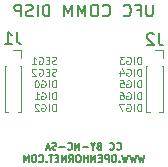
<source format=gbr>
G04 #@! TF.GenerationSoftware,KiCad,Pcbnew,(5.1.4)-1*
G04 #@! TF.CreationDate,2020-11-25T12:16:11-08:00*
G04 #@! TF.ProjectId,ufc_v4_comm,7566635f-7634-45f6-936f-6d6d2e6b6963,rev?*
G04 #@! TF.SameCoordinates,Original*
G04 #@! TF.FileFunction,Legend,Bot*
G04 #@! TF.FilePolarity,Positive*
%FSLAX46Y46*%
G04 Gerber Fmt 4.6, Leading zero omitted, Abs format (unit mm)*
G04 Created by KiCad (PCBNEW (5.1.4)-1) date 2020-11-25 12:16:11*
%MOMM*%
%LPD*%
G04 APERTURE LIST*
%ADD10C,0.150000*%
%ADD11C,0.200000*%
%ADD12C,0.120000*%
G04 APERTURE END LIST*
D10*
X161745000Y-64879285D02*
X161773571Y-64907857D01*
X161859285Y-64936428D01*
X161916428Y-64936428D01*
X162002142Y-64907857D01*
X162059285Y-64850714D01*
X162087857Y-64793571D01*
X162116428Y-64679285D01*
X162116428Y-64593571D01*
X162087857Y-64479285D01*
X162059285Y-64422142D01*
X162002142Y-64365000D01*
X161916428Y-64336428D01*
X161859285Y-64336428D01*
X161773571Y-64365000D01*
X161745000Y-64393571D01*
X161145000Y-64879285D02*
X161173571Y-64907857D01*
X161259285Y-64936428D01*
X161316428Y-64936428D01*
X161402142Y-64907857D01*
X161459285Y-64850714D01*
X161487857Y-64793571D01*
X161516428Y-64679285D01*
X161516428Y-64593571D01*
X161487857Y-64479285D01*
X161459285Y-64422142D01*
X161402142Y-64365000D01*
X161316428Y-64336428D01*
X161259285Y-64336428D01*
X161173571Y-64365000D01*
X161145000Y-64393571D01*
X160230714Y-64622142D02*
X160145000Y-64650714D01*
X160116428Y-64679285D01*
X160087857Y-64736428D01*
X160087857Y-64822142D01*
X160116428Y-64879285D01*
X160145000Y-64907857D01*
X160202142Y-64936428D01*
X160430714Y-64936428D01*
X160430714Y-64336428D01*
X160230714Y-64336428D01*
X160173571Y-64365000D01*
X160145000Y-64393571D01*
X160116428Y-64450714D01*
X160116428Y-64507857D01*
X160145000Y-64565000D01*
X160173571Y-64593571D01*
X160230714Y-64622142D01*
X160430714Y-64622142D01*
X159716428Y-64650714D02*
X159716428Y-64936428D01*
X159916428Y-64336428D02*
X159716428Y-64650714D01*
X159516428Y-64336428D01*
X159316428Y-64707857D02*
X158859285Y-64707857D01*
X158573571Y-64936428D02*
X158573571Y-64336428D01*
X158230714Y-64936428D01*
X158230714Y-64336428D01*
X157602142Y-64879285D02*
X157630714Y-64907857D01*
X157716428Y-64936428D01*
X157773571Y-64936428D01*
X157859285Y-64907857D01*
X157916428Y-64850714D01*
X157945000Y-64793571D01*
X157973571Y-64679285D01*
X157973571Y-64593571D01*
X157945000Y-64479285D01*
X157916428Y-64422142D01*
X157859285Y-64365000D01*
X157773571Y-64336428D01*
X157716428Y-64336428D01*
X157630714Y-64365000D01*
X157602142Y-64393571D01*
X157345000Y-64707857D02*
X156887857Y-64707857D01*
X156630714Y-64907857D02*
X156545000Y-64936428D01*
X156402142Y-64936428D01*
X156345000Y-64907857D01*
X156316428Y-64879285D01*
X156287857Y-64822142D01*
X156287857Y-64765000D01*
X156316428Y-64707857D01*
X156345000Y-64679285D01*
X156402142Y-64650714D01*
X156516428Y-64622142D01*
X156573571Y-64593571D01*
X156602142Y-64565000D01*
X156630714Y-64507857D01*
X156630714Y-64450714D01*
X156602142Y-64393571D01*
X156573571Y-64365000D01*
X156516428Y-64336428D01*
X156373571Y-64336428D01*
X156287857Y-64365000D01*
X156059285Y-64765000D02*
X155773571Y-64765000D01*
X156116428Y-64936428D02*
X155916428Y-64336428D01*
X155716428Y-64936428D01*
X164073571Y-65386428D02*
X163930714Y-65986428D01*
X163816428Y-65557857D01*
X163702142Y-65986428D01*
X163559285Y-65386428D01*
X163387857Y-65386428D02*
X163245000Y-65986428D01*
X163130714Y-65557857D01*
X163016428Y-65986428D01*
X162873571Y-65386428D01*
X162702142Y-65386428D02*
X162559285Y-65986428D01*
X162445000Y-65557857D01*
X162330714Y-65986428D01*
X162187857Y-65386428D01*
X161959285Y-65929285D02*
X161930714Y-65957857D01*
X161959285Y-65986428D01*
X161987857Y-65957857D01*
X161959285Y-65929285D01*
X161959285Y-65986428D01*
X161559285Y-65386428D02*
X161445000Y-65386428D01*
X161387857Y-65415000D01*
X161330714Y-65472142D01*
X161302142Y-65586428D01*
X161302142Y-65786428D01*
X161330714Y-65900714D01*
X161387857Y-65957857D01*
X161445000Y-65986428D01*
X161559285Y-65986428D01*
X161616428Y-65957857D01*
X161673571Y-65900714D01*
X161702142Y-65786428D01*
X161702142Y-65586428D01*
X161673571Y-65472142D01*
X161616428Y-65415000D01*
X161559285Y-65386428D01*
X161045000Y-65986428D02*
X161045000Y-65386428D01*
X160816428Y-65386428D01*
X160759285Y-65415000D01*
X160730714Y-65443571D01*
X160702142Y-65500714D01*
X160702142Y-65586428D01*
X160730714Y-65643571D01*
X160759285Y-65672142D01*
X160816428Y-65700714D01*
X161045000Y-65700714D01*
X160445000Y-65672142D02*
X160245000Y-65672142D01*
X160159285Y-65986428D02*
X160445000Y-65986428D01*
X160445000Y-65386428D01*
X160159285Y-65386428D01*
X159902142Y-65986428D02*
X159902142Y-65386428D01*
X159559285Y-65986428D01*
X159559285Y-65386428D01*
X159273571Y-65986428D02*
X159273571Y-65386428D01*
X159273571Y-65672142D02*
X158930714Y-65672142D01*
X158930714Y-65986428D02*
X158930714Y-65386428D01*
X158530714Y-65386428D02*
X158416428Y-65386428D01*
X158359285Y-65415000D01*
X158302142Y-65472142D01*
X158273571Y-65586428D01*
X158273571Y-65786428D01*
X158302142Y-65900714D01*
X158359285Y-65957857D01*
X158416428Y-65986428D01*
X158530714Y-65986428D01*
X158587857Y-65957857D01*
X158645000Y-65900714D01*
X158673571Y-65786428D01*
X158673571Y-65586428D01*
X158645000Y-65472142D01*
X158587857Y-65415000D01*
X158530714Y-65386428D01*
X157673571Y-65986428D02*
X157873571Y-65700714D01*
X158016428Y-65986428D02*
X158016428Y-65386428D01*
X157787857Y-65386428D01*
X157730714Y-65415000D01*
X157702142Y-65443571D01*
X157673571Y-65500714D01*
X157673571Y-65586428D01*
X157702142Y-65643571D01*
X157730714Y-65672142D01*
X157787857Y-65700714D01*
X158016428Y-65700714D01*
X157416428Y-65986428D02*
X157416428Y-65386428D01*
X157073571Y-65986428D01*
X157073571Y-65386428D01*
X156787857Y-65672142D02*
X156587857Y-65672142D01*
X156502142Y-65986428D02*
X156787857Y-65986428D01*
X156787857Y-65386428D01*
X156502142Y-65386428D01*
X156330714Y-65386428D02*
X155987857Y-65386428D01*
X156159285Y-65986428D02*
X156159285Y-65386428D01*
X155787857Y-65929285D02*
X155759285Y-65957857D01*
X155787857Y-65986428D01*
X155816428Y-65957857D01*
X155787857Y-65929285D01*
X155787857Y-65986428D01*
X155159285Y-65929285D02*
X155187857Y-65957857D01*
X155273571Y-65986428D01*
X155330714Y-65986428D01*
X155416428Y-65957857D01*
X155473571Y-65900714D01*
X155502142Y-65843571D01*
X155530714Y-65729285D01*
X155530714Y-65643571D01*
X155502142Y-65529285D01*
X155473571Y-65472142D01*
X155416428Y-65415000D01*
X155330714Y-65386428D01*
X155273571Y-65386428D01*
X155187857Y-65415000D01*
X155159285Y-65443571D01*
X154787857Y-65386428D02*
X154673571Y-65386428D01*
X154616428Y-65415000D01*
X154559285Y-65472142D01*
X154530714Y-65586428D01*
X154530714Y-65786428D01*
X154559285Y-65900714D01*
X154616428Y-65957857D01*
X154673571Y-65986428D01*
X154787857Y-65986428D01*
X154845000Y-65957857D01*
X154902142Y-65900714D01*
X154930714Y-65786428D01*
X154930714Y-65586428D01*
X154902142Y-65472142D01*
X154845000Y-65415000D01*
X154787857Y-65386428D01*
X154273571Y-65986428D02*
X154273571Y-65386428D01*
X154073571Y-65815000D01*
X153873571Y-65386428D01*
X153873571Y-65986428D01*
D11*
X164802142Y-52642380D02*
X164802142Y-53451904D01*
X164754523Y-53547142D01*
X164706904Y-53594761D01*
X164611666Y-53642380D01*
X164421190Y-53642380D01*
X164325952Y-53594761D01*
X164278333Y-53547142D01*
X164230714Y-53451904D01*
X164230714Y-52642380D01*
X163421190Y-53118571D02*
X163754523Y-53118571D01*
X163754523Y-53642380D02*
X163754523Y-52642380D01*
X163278333Y-52642380D01*
X162325952Y-53547142D02*
X162373571Y-53594761D01*
X162516428Y-53642380D01*
X162611666Y-53642380D01*
X162754523Y-53594761D01*
X162849761Y-53499523D01*
X162897380Y-53404285D01*
X162945000Y-53213809D01*
X162945000Y-53070952D01*
X162897380Y-52880476D01*
X162849761Y-52785238D01*
X162754523Y-52690000D01*
X162611666Y-52642380D01*
X162516428Y-52642380D01*
X162373571Y-52690000D01*
X162325952Y-52737619D01*
X160564047Y-53547142D02*
X160611666Y-53594761D01*
X160754523Y-53642380D01*
X160849761Y-53642380D01*
X160992619Y-53594761D01*
X161087857Y-53499523D01*
X161135476Y-53404285D01*
X161183095Y-53213809D01*
X161183095Y-53070952D01*
X161135476Y-52880476D01*
X161087857Y-52785238D01*
X160992619Y-52690000D01*
X160849761Y-52642380D01*
X160754523Y-52642380D01*
X160611666Y-52690000D01*
X160564047Y-52737619D01*
X159945000Y-52642380D02*
X159754523Y-52642380D01*
X159659285Y-52690000D01*
X159564047Y-52785238D01*
X159516428Y-52975714D01*
X159516428Y-53309047D01*
X159564047Y-53499523D01*
X159659285Y-53594761D01*
X159754523Y-53642380D01*
X159945000Y-53642380D01*
X160040238Y-53594761D01*
X160135476Y-53499523D01*
X160183095Y-53309047D01*
X160183095Y-52975714D01*
X160135476Y-52785238D01*
X160040238Y-52690000D01*
X159945000Y-52642380D01*
X159087857Y-53642380D02*
X159087857Y-52642380D01*
X158754523Y-53356666D01*
X158421190Y-52642380D01*
X158421190Y-53642380D01*
X157945000Y-53642380D02*
X157945000Y-52642380D01*
X157611666Y-53356666D01*
X157278333Y-52642380D01*
X157278333Y-53642380D01*
X156040238Y-53642380D02*
X156040238Y-52642380D01*
X155802142Y-52642380D01*
X155659285Y-52690000D01*
X155564047Y-52785238D01*
X155516428Y-52880476D01*
X155468809Y-53070952D01*
X155468809Y-53213809D01*
X155516428Y-53404285D01*
X155564047Y-53499523D01*
X155659285Y-53594761D01*
X155802142Y-53642380D01*
X156040238Y-53642380D01*
X155040238Y-53642380D02*
X155040238Y-52642380D01*
X154611666Y-53594761D02*
X154468809Y-53642380D01*
X154230714Y-53642380D01*
X154135476Y-53594761D01*
X154087857Y-53547142D01*
X154040238Y-53451904D01*
X154040238Y-53356666D01*
X154087857Y-53261428D01*
X154135476Y-53213809D01*
X154230714Y-53166190D01*
X154421190Y-53118571D01*
X154516428Y-53070952D01*
X154564047Y-53023333D01*
X154611666Y-52928095D01*
X154611666Y-52832857D01*
X154564047Y-52737619D01*
X154516428Y-52690000D01*
X154421190Y-52642380D01*
X154183095Y-52642380D01*
X154040238Y-52690000D01*
X153611666Y-53642380D02*
X153611666Y-52642380D01*
X153230714Y-52642380D01*
X153135476Y-52690000D01*
X153087857Y-52737619D01*
X153040238Y-52832857D01*
X153040238Y-52975714D01*
X153087857Y-53070952D01*
X153135476Y-53118571D01*
X153230714Y-53166190D01*
X153611666Y-53166190D01*
D12*
X163789285Y-57668928D02*
X163789285Y-57068928D01*
X163646428Y-57068928D01*
X163560714Y-57097500D01*
X163503571Y-57154642D01*
X163475000Y-57211785D01*
X163446428Y-57326071D01*
X163446428Y-57411785D01*
X163475000Y-57526071D01*
X163503571Y-57583214D01*
X163560714Y-57640357D01*
X163646428Y-57668928D01*
X163789285Y-57668928D01*
X163189285Y-57668928D02*
X163189285Y-57068928D01*
X162589285Y-57097500D02*
X162646428Y-57068928D01*
X162732142Y-57068928D01*
X162817857Y-57097500D01*
X162875000Y-57154642D01*
X162903571Y-57211785D01*
X162932142Y-57326071D01*
X162932142Y-57411785D01*
X162903571Y-57526071D01*
X162875000Y-57583214D01*
X162817857Y-57640357D01*
X162732142Y-57668928D01*
X162675000Y-57668928D01*
X162589285Y-57640357D01*
X162560714Y-57611785D01*
X162560714Y-57411785D01*
X162675000Y-57411785D01*
X162360714Y-57068928D02*
X161989285Y-57068928D01*
X162189285Y-57297500D01*
X162103571Y-57297500D01*
X162046428Y-57326071D01*
X162017857Y-57354642D01*
X161989285Y-57411785D01*
X161989285Y-57554642D01*
X162017857Y-57611785D01*
X162046428Y-57640357D01*
X162103571Y-57668928D01*
X162275000Y-57668928D01*
X162332142Y-57640357D01*
X162360714Y-57611785D01*
X163789285Y-58668928D02*
X163789285Y-58068928D01*
X163646428Y-58068928D01*
X163560714Y-58097500D01*
X163503571Y-58154642D01*
X163475000Y-58211785D01*
X163446428Y-58326071D01*
X163446428Y-58411785D01*
X163475000Y-58526071D01*
X163503571Y-58583214D01*
X163560714Y-58640357D01*
X163646428Y-58668928D01*
X163789285Y-58668928D01*
X163189285Y-58668928D02*
X163189285Y-58068928D01*
X162589285Y-58097500D02*
X162646428Y-58068928D01*
X162732142Y-58068928D01*
X162817857Y-58097500D01*
X162875000Y-58154642D01*
X162903571Y-58211785D01*
X162932142Y-58326071D01*
X162932142Y-58411785D01*
X162903571Y-58526071D01*
X162875000Y-58583214D01*
X162817857Y-58640357D01*
X162732142Y-58668928D01*
X162675000Y-58668928D01*
X162589285Y-58640357D01*
X162560714Y-58611785D01*
X162560714Y-58411785D01*
X162675000Y-58411785D01*
X162046428Y-58268928D02*
X162046428Y-58668928D01*
X162189285Y-58040357D02*
X162332142Y-58468928D01*
X161960714Y-58468928D01*
X163789285Y-59668928D02*
X163789285Y-59068928D01*
X163646428Y-59068928D01*
X163560714Y-59097500D01*
X163503571Y-59154642D01*
X163475000Y-59211785D01*
X163446428Y-59326071D01*
X163446428Y-59411785D01*
X163475000Y-59526071D01*
X163503571Y-59583214D01*
X163560714Y-59640357D01*
X163646428Y-59668928D01*
X163789285Y-59668928D01*
X163189285Y-59668928D02*
X163189285Y-59068928D01*
X162589285Y-59097500D02*
X162646428Y-59068928D01*
X162732142Y-59068928D01*
X162817857Y-59097500D01*
X162875000Y-59154642D01*
X162903571Y-59211785D01*
X162932142Y-59326071D01*
X162932142Y-59411785D01*
X162903571Y-59526071D01*
X162875000Y-59583214D01*
X162817857Y-59640357D01*
X162732142Y-59668928D01*
X162675000Y-59668928D01*
X162589285Y-59640357D01*
X162560714Y-59611785D01*
X162560714Y-59411785D01*
X162675000Y-59411785D01*
X162017857Y-59068928D02*
X162303571Y-59068928D01*
X162332142Y-59354642D01*
X162303571Y-59326071D01*
X162246428Y-59297500D01*
X162103571Y-59297500D01*
X162046428Y-59326071D01*
X162017857Y-59354642D01*
X161989285Y-59411785D01*
X161989285Y-59554642D01*
X162017857Y-59611785D01*
X162046428Y-59640357D01*
X162103571Y-59668928D01*
X162246428Y-59668928D01*
X162303571Y-59640357D01*
X162332142Y-59611785D01*
X163789285Y-60668928D02*
X163789285Y-60068928D01*
X163646428Y-60068928D01*
X163560714Y-60097500D01*
X163503571Y-60154642D01*
X163475000Y-60211785D01*
X163446428Y-60326071D01*
X163446428Y-60411785D01*
X163475000Y-60526071D01*
X163503571Y-60583214D01*
X163560714Y-60640357D01*
X163646428Y-60668928D01*
X163789285Y-60668928D01*
X163189285Y-60668928D02*
X163189285Y-60068928D01*
X162589285Y-60097500D02*
X162646428Y-60068928D01*
X162732142Y-60068928D01*
X162817857Y-60097500D01*
X162875000Y-60154642D01*
X162903571Y-60211785D01*
X162932142Y-60326071D01*
X162932142Y-60411785D01*
X162903571Y-60526071D01*
X162875000Y-60583214D01*
X162817857Y-60640357D01*
X162732142Y-60668928D01*
X162675000Y-60668928D01*
X162589285Y-60640357D01*
X162560714Y-60611785D01*
X162560714Y-60411785D01*
X162675000Y-60411785D01*
X162046428Y-60068928D02*
X162160714Y-60068928D01*
X162217857Y-60097500D01*
X162246428Y-60126071D01*
X162303571Y-60211785D01*
X162332142Y-60326071D01*
X162332142Y-60554642D01*
X162303571Y-60611785D01*
X162275000Y-60640357D01*
X162217857Y-60668928D01*
X162103571Y-60668928D01*
X162046428Y-60640357D01*
X162017857Y-60611785D01*
X161989285Y-60554642D01*
X161989285Y-60411785D01*
X162017857Y-60354642D01*
X162046428Y-60326071D01*
X162103571Y-60297500D01*
X162217857Y-60297500D01*
X162275000Y-60326071D01*
X162303571Y-60354642D01*
X162332142Y-60411785D01*
X163789285Y-61668928D02*
X163789285Y-61068928D01*
X163646428Y-61068928D01*
X163560714Y-61097500D01*
X163503571Y-61154642D01*
X163475000Y-61211785D01*
X163446428Y-61326071D01*
X163446428Y-61411785D01*
X163475000Y-61526071D01*
X163503571Y-61583214D01*
X163560714Y-61640357D01*
X163646428Y-61668928D01*
X163789285Y-61668928D01*
X163189285Y-61668928D02*
X163189285Y-61068928D01*
X162589285Y-61097500D02*
X162646428Y-61068928D01*
X162732142Y-61068928D01*
X162817857Y-61097500D01*
X162875000Y-61154642D01*
X162903571Y-61211785D01*
X162932142Y-61326071D01*
X162932142Y-61411785D01*
X162903571Y-61526071D01*
X162875000Y-61583214D01*
X162817857Y-61640357D01*
X162732142Y-61668928D01*
X162675000Y-61668928D01*
X162589285Y-61640357D01*
X162560714Y-61611785D01*
X162560714Y-61411785D01*
X162675000Y-61411785D01*
X162360714Y-61068928D02*
X161960714Y-61068928D01*
X162217857Y-61668928D01*
X156604714Y-57640358D02*
X156519000Y-57668929D01*
X156376142Y-57668929D01*
X156319000Y-57640358D01*
X156290428Y-57611786D01*
X156261857Y-57554643D01*
X156261857Y-57497501D01*
X156290428Y-57440358D01*
X156319000Y-57411786D01*
X156376142Y-57383215D01*
X156490428Y-57354643D01*
X156547571Y-57326072D01*
X156576142Y-57297501D01*
X156604714Y-57240358D01*
X156604714Y-57183215D01*
X156576142Y-57126072D01*
X156547571Y-57097501D01*
X156490428Y-57068929D01*
X156347571Y-57068929D01*
X156261857Y-57097501D01*
X156004714Y-57354643D02*
X155804714Y-57354643D01*
X155719000Y-57668929D02*
X156004714Y-57668929D01*
X156004714Y-57068929D01*
X155719000Y-57068929D01*
X155147571Y-57097501D02*
X155204714Y-57068929D01*
X155290428Y-57068929D01*
X155376142Y-57097501D01*
X155433285Y-57154643D01*
X155461857Y-57211786D01*
X155490428Y-57326072D01*
X155490428Y-57411786D01*
X155461857Y-57526072D01*
X155433285Y-57583215D01*
X155376142Y-57640358D01*
X155290428Y-57668929D01*
X155233285Y-57668929D01*
X155147571Y-57640358D01*
X155119000Y-57611786D01*
X155119000Y-57411786D01*
X155233285Y-57411786D01*
X154547571Y-57668929D02*
X154890428Y-57668929D01*
X154719000Y-57668929D02*
X154719000Y-57068929D01*
X154776142Y-57154643D01*
X154833285Y-57211786D01*
X154890428Y-57240358D01*
X156604714Y-58640357D02*
X156519000Y-58668928D01*
X156376142Y-58668928D01*
X156319000Y-58640357D01*
X156290428Y-58611785D01*
X156261857Y-58554642D01*
X156261857Y-58497500D01*
X156290428Y-58440357D01*
X156319000Y-58411785D01*
X156376142Y-58383214D01*
X156490428Y-58354642D01*
X156547571Y-58326071D01*
X156576142Y-58297500D01*
X156604714Y-58240357D01*
X156604714Y-58183214D01*
X156576142Y-58126071D01*
X156547571Y-58097500D01*
X156490428Y-58068928D01*
X156347571Y-58068928D01*
X156261857Y-58097500D01*
X156004714Y-58354642D02*
X155804714Y-58354642D01*
X155719000Y-58668928D02*
X156004714Y-58668928D01*
X156004714Y-58068928D01*
X155719000Y-58068928D01*
X155147571Y-58097500D02*
X155204714Y-58068928D01*
X155290428Y-58068928D01*
X155376142Y-58097500D01*
X155433285Y-58154642D01*
X155461857Y-58211785D01*
X155490428Y-58326071D01*
X155490428Y-58411785D01*
X155461857Y-58526071D01*
X155433285Y-58583214D01*
X155376142Y-58640357D01*
X155290428Y-58668928D01*
X155233285Y-58668928D01*
X155147571Y-58640357D01*
X155119000Y-58611785D01*
X155119000Y-58411785D01*
X155233285Y-58411785D01*
X154890428Y-58126071D02*
X154861857Y-58097500D01*
X154804714Y-58068928D01*
X154661857Y-58068928D01*
X154604714Y-58097500D01*
X154576142Y-58126071D01*
X154547571Y-58183214D01*
X154547571Y-58240357D01*
X154576142Y-58326071D01*
X154919000Y-58668928D01*
X154547571Y-58668928D01*
X156576142Y-59668929D02*
X156576142Y-59068929D01*
X156433285Y-59068929D01*
X156347571Y-59097501D01*
X156290428Y-59154643D01*
X156261857Y-59211786D01*
X156233285Y-59326072D01*
X156233285Y-59411786D01*
X156261857Y-59526072D01*
X156290428Y-59583215D01*
X156347571Y-59640358D01*
X156433285Y-59668929D01*
X156576142Y-59668929D01*
X155976142Y-59668929D02*
X155976142Y-59068929D01*
X155376142Y-59097501D02*
X155433285Y-59068929D01*
X155519000Y-59068929D01*
X155604714Y-59097501D01*
X155661857Y-59154643D01*
X155690428Y-59211786D01*
X155719000Y-59326072D01*
X155719000Y-59411786D01*
X155690428Y-59526072D01*
X155661857Y-59583215D01*
X155604714Y-59640358D01*
X155519000Y-59668929D01*
X155461857Y-59668929D01*
X155376142Y-59640358D01*
X155347571Y-59611786D01*
X155347571Y-59411786D01*
X155461857Y-59411786D01*
X154976142Y-59068929D02*
X154919000Y-59068929D01*
X154861857Y-59097501D01*
X154833285Y-59126072D01*
X154804714Y-59183215D01*
X154776142Y-59297501D01*
X154776142Y-59440358D01*
X154804714Y-59554643D01*
X154833285Y-59611786D01*
X154861857Y-59640358D01*
X154919000Y-59668929D01*
X154976142Y-59668929D01*
X155033285Y-59640358D01*
X155061857Y-59611786D01*
X155090428Y-59554643D01*
X155119000Y-59440358D01*
X155119000Y-59297501D01*
X155090428Y-59183215D01*
X155061857Y-59126072D01*
X155033285Y-59097501D01*
X154976142Y-59068929D01*
X156576142Y-60668927D02*
X156576142Y-60068927D01*
X156433285Y-60068927D01*
X156347571Y-60097499D01*
X156290428Y-60154641D01*
X156261857Y-60211784D01*
X156233285Y-60326070D01*
X156233285Y-60411784D01*
X156261857Y-60526070D01*
X156290428Y-60583213D01*
X156347571Y-60640356D01*
X156433285Y-60668927D01*
X156576142Y-60668927D01*
X155976142Y-60668927D02*
X155976142Y-60068927D01*
X155376142Y-60097499D02*
X155433285Y-60068927D01*
X155519000Y-60068927D01*
X155604714Y-60097499D01*
X155661857Y-60154641D01*
X155690428Y-60211784D01*
X155719000Y-60326070D01*
X155719000Y-60411784D01*
X155690428Y-60526070D01*
X155661857Y-60583213D01*
X155604714Y-60640356D01*
X155519000Y-60668927D01*
X155461857Y-60668927D01*
X155376142Y-60640356D01*
X155347571Y-60611784D01*
X155347571Y-60411784D01*
X155461857Y-60411784D01*
X154776142Y-60668927D02*
X155119000Y-60668927D01*
X154947571Y-60668927D02*
X154947571Y-60068927D01*
X155004714Y-60154641D01*
X155061857Y-60211784D01*
X155119000Y-60240356D01*
X156576142Y-61668928D02*
X156576142Y-61068928D01*
X156433285Y-61068928D01*
X156347571Y-61097500D01*
X156290428Y-61154642D01*
X156261857Y-61211785D01*
X156233285Y-61326071D01*
X156233285Y-61411785D01*
X156261857Y-61526071D01*
X156290428Y-61583214D01*
X156347571Y-61640357D01*
X156433285Y-61668928D01*
X156576142Y-61668928D01*
X155976142Y-61668928D02*
X155976142Y-61068928D01*
X155376142Y-61097500D02*
X155433285Y-61068928D01*
X155519000Y-61068928D01*
X155604714Y-61097500D01*
X155661857Y-61154642D01*
X155690428Y-61211785D01*
X155719000Y-61326071D01*
X155719000Y-61411785D01*
X155690428Y-61526071D01*
X155661857Y-61583214D01*
X155604714Y-61640357D01*
X155519000Y-61668928D01*
X155461857Y-61668928D01*
X155376142Y-61640357D01*
X155347571Y-61611785D01*
X155347571Y-61411785D01*
X155461857Y-61411785D01*
X155119000Y-61126071D02*
X155090428Y-61097500D01*
X155033285Y-61068928D01*
X154890428Y-61068928D01*
X154833285Y-61097500D01*
X154804714Y-61126071D01*
X154776142Y-61183214D01*
X154776142Y-61240357D01*
X154804714Y-61326071D01*
X155147571Y-61668928D01*
X154776142Y-61668928D01*
X153640000Y-56505000D02*
X152945000Y-56505000D01*
X153640000Y-57190000D02*
X153640000Y-56505000D01*
X152336724Y-57875000D02*
X152250000Y-57875000D01*
X153640000Y-57875000D02*
X153553276Y-57875000D01*
X152250000Y-57875000D02*
X152250000Y-61750000D01*
X153640000Y-57875000D02*
X153640000Y-61750000D01*
X152550507Y-61750000D02*
X152250000Y-61750000D01*
X153640000Y-61750000D02*
X153339493Y-61750000D01*
X165640000Y-61750000D02*
X165339493Y-61750000D01*
X164550507Y-61750000D02*
X164250000Y-61750000D01*
X165640000Y-57875000D02*
X165640000Y-61750000D01*
X164250000Y-57875000D02*
X164250000Y-61750000D01*
X165640000Y-57875000D02*
X165553276Y-57875000D01*
X164336724Y-57875000D02*
X164250000Y-57875000D01*
X165640000Y-57190000D02*
X165640000Y-56505000D01*
X165640000Y-56505000D02*
X164945000Y-56505000D01*
D10*
X153278333Y-54947380D02*
X153278333Y-55661666D01*
X153325952Y-55804523D01*
X153421190Y-55899761D01*
X153564047Y-55947380D01*
X153659285Y-55947380D01*
X152278333Y-55947380D02*
X152849761Y-55947380D01*
X152564047Y-55947380D02*
X152564047Y-54947380D01*
X152659285Y-55090238D01*
X152754523Y-55185476D01*
X152849761Y-55233095D01*
X165278333Y-55082380D02*
X165278333Y-55796666D01*
X165325952Y-55939523D01*
X165421190Y-56034761D01*
X165564047Y-56082380D01*
X165659285Y-56082380D01*
X164849761Y-55177619D02*
X164802142Y-55130000D01*
X164706904Y-55082380D01*
X164468809Y-55082380D01*
X164373571Y-55130000D01*
X164325952Y-55177619D01*
X164278333Y-55272857D01*
X164278333Y-55368095D01*
X164325952Y-55510952D01*
X164897380Y-56082380D01*
X164278333Y-56082380D01*
M02*

</source>
